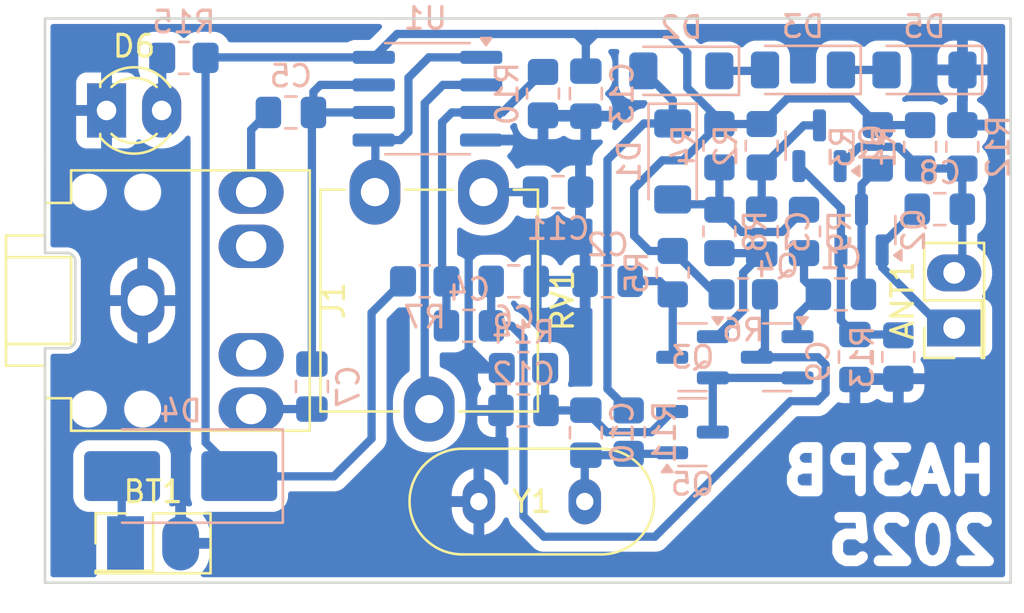
<source format=kicad_pcb>
(kicad_pcb (version 20241229) (generator "pcbnew") (generator_version "9.0")
  (layers (0 "F.Cu" signal) (2 "B.Cu" signal) (13 "F.Paste" user) (15 "B.Paste" user) (5 "F.SilkS" user "F.Silkscreen") (7 "B.SilkS" user "B.Silkscreen") (1 "F.Mask" user) (3 "B.Mask" user) (25 "Edge.Cuts" user))
  (net 0 "")
  (net 1 "Net-(Q2-B)")
  (net 2 "Net-(Q1-B)")
  (net 3 "GND")
  (net 4 "Net-(BT1-+)")
  (net 5 "Net-(Q2-C)")
  (net 6 "Net-(Q4-B)")
  (net 7 "Net-(Q3-C)")
  (net 8 "Net-(Q3-B)")
  (net 9 "Net-(Q1-C)")
  (net 10 "Net-(U1A-+)")
  (net 11 "Net-(Q4-C)")
  (net 12 "Net-(U1B--)")
  (net 13 "Net-(C5-Pad2)")
  (net 14 "Net-(C7-Pad1)")
  (net 15 "Net-(Q1-E)")
  (net 16 "Net-(Q5-E)")
  (net 17 "Net-(Q5-B)")
  (net 18 "Net-(C11-Pad1)")
  (net 19 "/BIAS")
  (net 20 "Net-(D1-K)")
  (net 21 "Net-(D2-K)")
  (net 22 "Net-(D3-K)")
  (net 23 "VCC")
  (net 26 "Net-(Q3-E)")
  (net 27 "Net-(U1A--)")
  (net 28 "Net-(U1B-+)")
  (net 29 "Net-(D6-A)")
  (footprint "LED_THT:LED_D3.0mm" (layer "F.Cu") (at 53.285 81.675)
    (property "Reference" "D6" (at 1.27 -2.96 0) (layer "F.SilkS"))
    (property "Value" "LED")
    (pad "1" thru_hole rect (at 0 0) (size 1.8 2.5) (drill 0.9) (layers "*.Cu" "*.Mask") (net 3 "GND"))
    (pad "2" thru_hole oval (at 2.54 0) (size 1.8 2.5) (drill 0.9) (layers "*.Cu" "*.Mask") (net 29 "Net-(D6-A)"))
  )
  (footprint "Connector_PinHeader_2.54mm:PinHeader_2x01_P2.54mm_Vertical" (layer "F.Cu") (at 92.35 91.7 90)
    (property "Reference" "ANT1" (at 1.27 -2.38 90) (layer "F.SilkS"))
    (property "Value" "210 cm 9 menet")
    (pad "1" thru_hole rect (at 0 0 90) (size 1.7 2.5) (drill 1) (layers "*.Cu" "*.Mask") (net 1 "Net-(Q2-B)"))
    (pad "2" thru_hole oval (at 2.54 0 90) (size 1.7 2.5) (drill 1) (layers "*.Cu" "*.Mask") (net 2 "Net-(Q1-B)"))
  )
  (footprint "Crystal:Crystal_HC49-4H_Vertical" (layer "F.Cu") (at 70.445 99.7)
    (property "Reference" "Y1" (at 2.44 0 0) (layer "F.SilkS"))
    (property "Value" "3.5795MHz")
    (pad "1" thru_hole oval (at 0 0) (size 1.5 2.1) (drill 0.8) (layers "*.Cu" "*.Mask") (net 3 "GND"))
    (pad "2" thru_hole oval (at 4.88 0) (size 1.5 2.1) (drill 0.8) (layers "*.Cu" "*.Mask") (net 17 "Net-(Q5-B)"))
  )
  (footprint "Potentiometer_THT:Potentiometer_ACP_CA9-V10_Vertical" (layer "F.Cu") (at 65.655 85.4375 -90)
    (property "Reference" "RV1" (at 5 -8.65 90) (layer "F.SilkS"))
    (property "Value" "100k")
    (pad "1" thru_hole oval (at 0 0 270) (size 3 2.34) (drill 1.3) (layers "*.Cu" "*.Mask") (net 28 "Net-(U1B-+)"))
    (pad "2" thru_hole oval (at 10 -2.5 270) (size 3 2.34) (drill 1.3) (layers "*.Cu" "*.Mask") (net 27 "Net-(U1A--)"))
    (pad "3" thru_hole oval (at 0 -5 270) (size 3 2.34) (drill 1.3) (layers "*.Cu" "*.Mask") (net 18 "Net-(C11-Pad1)"))
  )
  (footprint "Connector_Audio:Jack_3.5mm_CUI_SJ1-3525N_Horizontal" (layer "F.Cu") (at 54.95 90.4375 -90)
    (property "Reference" "J1" (at 0 -8.8 90) (layer "F.SilkS"))
    (property "Value" "JACK")
    (fp_line (start -2.2 4.5) (end -6.5 4.5) (stroke (width 0.12)) (layer "Edge.Cuts"))
    (fp_line (start 2.2 4.5) (end 6.5 4.5) (stroke (width 0.12)) (layer "Edge.Cuts"))
    (fp_line (start -2.2 3.5) (end -2.2 4.5) (stroke (width 0.12)) (layer "Edge.Cuts"))
    (fp_line (start 2.2 3.5) (end 2.2 4.5) (stroke (width 0.12)) (layer "Edge.Cuts"))
    (fp_line (start 1.8 3.1) (end -1.8 3.1) (stroke (width 0.12)) (layer "Edge.Cuts"))
    (fp_arc (start -2.2 3.5) (mid -2.082842 3.217158) (end -1.8 3.1) (stroke (width 0.12)) (layer "Edge.Cuts"))
    (fp_arc (start 1.8 3.1) (mid 2.082843 3.217157) (end 2.2 3.5) (stroke (width 0.12)) (layer "Edge.Cuts"))
    (pad "" np_thru_hole circle (at -5 0 270) (size 1.2 1.2) (drill 1.2) (layers "*.Cu" "*.Mask"))
    (pad "" np_thru_hole circle (at -5 2.5 270) (size 1.2 1.2) (drill 1.2) (layers "*.Cu" "*.Mask"))
    (pad "" np_thru_hole circle (at 0 -5 270) (size 1.2 1.2) (drill 1.2) (layers "*.Cu" "*.Mask"))
    (pad "" np_thru_hole circle (at 5 0 270) (size 1.2 1.2) (drill 1.2) (layers "*.Cu" "*.Mask"))
    (pad "" np_thru_hole circle (at 5 2.5 270) (size 1.2 1.2) (drill 1.2) (layers "*.Cu" "*.Mask"))
    (pad "R" thru_hole oval (at -5 -5 270) (size 2 3) (drill oval 1.4) (layers "*.Cu" "*.Mask") (net 13 "Net-(C5-Pad2)"))
    (pad "RN" thru_hole oval (at -2.5 -5 270) (size 2 3) (drill oval 1.4) (layers "*.Cu" "*.Mask"))
    (pad "S" thru_hole oval (at 0 0 270) (size 3 2) (drill oval 1.4) (layers "*.Cu" "*.Mask") (net 3 "GND"))
    (pad "T" thru_hole oval (at 5 -5 90) (size 2 3) (drill oval 1.4) (layers "*.Cu" "*.Mask") (net 14 "Net-(C7-Pad1)"))
    (pad "TN" thru_hole oval (at 2.5 -5 90) (size 2 3) (drill oval 1.4) (layers "*.Cu" "*.Mask"))
  )
  (footprint "Connector_PinHeader_2.54mm:PinHeader_2x01_P2.54mm_Vertical" (layer "F.Cu") (at 54.16 101.625)
    (property "Reference" "BT1" (at 1.27 -2.38 0) (layer "F.SilkS"))
    (property "Value" "Battery")
    (pad "1" smd rect (at 0 0) (size 1.7 2.5) (layers "B.Cu") (net 4 "Net-(BT1-+)"))
    (pad "2" smd oval (at 2.54 0) (size 1.7 2.5) (layers "B.Cu") (net 3 "GND"))
  )
  (footprint "Package_SO:SOIC-8_3.9x4.9mm_P1.27mm" (layer "B.Cu") (at 68.075 81.1325 180)
    (property "Reference" "U1" (at 0.1 3.7 0) (layer "B.SilkS") (effects (justify mirror)))
    (property "Value" "LM358")
    (pad "1" smd roundrect (at -2.475 1.905 180) (size 1.95 0.6) (layers "B.Cu" "B.Mask" "B.Paste") (net 28 "Net-(U1B-+)"))
    (pad "2" smd roundrect (at -2.475 0.635 180) (size 1.95 0.6) (layers "B.Cu" "B.Mask" "B.Paste") (net 27 "Net-(U1A--)"))
    (pad "3" smd roundrect (at -2.475 -0.635 180) (size 1.95 0.6) (layers "B.Cu" "B.Mask" "B.Paste") (net 10 "Net-(U1A-+)"))
    (pad "4" smd roundrect (at -2.475 -1.905 180) (size 1.95 0.6) (layers "B.Cu" "B.Mask" "B.Paste") (net 3 "GND"))
    (pad "5" smd roundrect (at 2.475 -1.905 180) (size 1.95 0.6) (layers "B.Cu" "B.Mask" "B.Paste") (net 28 "Net-(U1B-+)"))
    (pad "6" smd roundrect (at 2.475 -0.635 180) (size 1.95 0.6) (layers "B.Cu" "B.Mask" "B.Paste") (net 12 "Net-(U1B--)"))
    (pad "7" smd roundrect (at 2.475 0.635 180) (size 1.95 0.6) (layers "B.Cu" "B.Mask" "B.Paste") (net 12 "Net-(U1B--)"))
    (pad "8" smd roundrect (at 2.475 1.905 180) (size 1.95 0.6) (layers "B.Cu" "B.Mask" "B.Paste") (net 23 "VCC"))
  )
  (footprint "Capacitor_SMD:C_0805_2012Metric_Pad1.18x1.45mm_HandSolder" (layer "B.Cu") (at 72.5 95.5 180)
    (property "Reference" "C12" (at 0 1.68 0) (layer "B.SilkS") (effects (justify mirror)))
    (property "Value" "180p")
    (pad "1" smd roundrect (at -1.0375 0 180) (size 1.175 1.45) (layers "B.Cu" "B.Mask" "B.Paste") (roundrect_rratio 0.212766) (net 16 "Net-(Q5-E)"))
    (pad "2" smd roundrect (at 1.0375 0 180) (size 1.175 1.45) (layers "B.Cu" "B.Mask" "B.Paste") (roundrect_rratio 0.212766) (net 3 "GND"))
  )
  (footprint "Resistor_SMD:R_0805_2012Metric_Pad1.20x1.40mm_HandSolder" (layer "B.Cu") (at 89.775 93.0375 -90)
    (property "Reference" "R13" (at 0 1.65 90) (layer "B.SilkS") (effects (justify mirror)))
    (property "Value" "2k2")
    (pad "1" smd roundrect (at -1 0 270) (size 1.2 1.4) (layers "B.Cu" "B.Mask" "B.Paste") (roundrect_rratio 0.208333) (net 15 "Net-(Q1-E)"))
    (pad "2" smd roundrect (at 1 0 270) (size 1.2 1.4) (layers "B.Cu" "B.Mask" "B.Paste") (roundrect_rratio 0.208333) (net 3 "GND"))
  )
  (footprint "Package_TO_SOT_SMD:SOT-23" (layer "B.Cu") (at 86.1425 83.3 90)
    (property "Reference" "Q1" (at 0 2.4 90) (layer "B.SilkS") (effects (justify mirror)))
    (property "Value" "BC847")
    (pad "1" smd roundrect (at -0.9375 0.95 90) (size 1.475 0.6) (layers "B.Cu" "B.Mask" "B.Paste") (net 2 "Net-(Q1-B)"))
    (pad "2" smd roundrect (at -0.9375 -0.95 90) (size 1.475 0.6) (layers "B.Cu" "B.Mask" "B.Paste") (net 15 "Net-(Q1-E)"))
    (pad "3" smd roundrect (at 0.9375 0 90) (size 1.475 0.6) (layers "B.Cu" "B.Mask" "B.Paste") (net 9 "Net-(Q1-C)"))
  )
  (footprint "Resistor_SMD:R_0805_2012Metric_Pad1.20x1.40mm_HandSolder" (layer "B.Cu") (at 77.35 96.5 90)
    (property "Reference" "R11" (at 0 1.65 90) (layer "B.SilkS") (effects (justify mirror)))
    (property "Value" "10k")
    (pad "1" smd roundrect (at -1 0 90) (size 1.2 1.4) (layers "B.Cu" "B.Mask" "B.Paste") (roundrect_rratio 0.208333) (net 17 "Net-(Q5-B)"))
    (pad "2" smd roundrect (at 1 0 90) (size 1.2 1.4) (layers "B.Cu" "B.Mask" "B.Paste") (roundrect_rratio 0.208333) (net 20 "Net-(D1-K)"))
  )
  (footprint "Diode_SMD:D_MiniMELF" (layer "B.Cu") (at 85.3825 79.8075 180)
    (property "Reference" "D3" (at 0 2 0) (layer "B.SilkS") (effects (justify mirror)))
    (property "Value" "D")
    (pad "1" smd roundrect (at -1.75 0 180) (size 1.3 1.7) (layers "B.Cu" "B.Mask" "B.Paste") (roundrect_rratio 0.1923076923) (net 22 "Net-(D3-K)"))
    (pad "2" smd roundrect (at 1.75 0 180) (size 1.3 1.7) (layers "B.Cu" "B.Mask" "B.Paste") (roundrect_rratio 0.1923076923) (net 21 "Net-(D2-K)"))
  )
  (footprint "Resistor_SMD:R_0805_2012Metric_Pad1.20x1.40mm_HandSolder" (layer "B.Cu") (at 82.63 90.15)
    (property "Reference" "R6" (at 0 1.65 0) (layer "B.SilkS") (effects (justify mirror)))
    (property "Value" "2k2")
    (pad "1" smd roundrect (at -1 0) (size 1.2 1.4) (layers "B.Cu" "B.Mask" "B.Paste") (roundrect_rratio 0.208333) (net 23 "VCC"))
    (pad "2" smd roundrect (at 1 0) (size 1.2 1.4) (layers "B.Cu" "B.Mask" "B.Paste") (roundrect_rratio 0.208333) (net 11 "Net-(Q4-C)"))
  )
  (footprint "Capacitor_SMD:C_0805_2012Metric_Pad1.18x1.45mm_HandSolder" (layer "B.Cu") (at 69.9875 91.6 180)
    (property "Reference" "C4" (at 0 1.68 0) (layer "B.SilkS") (effects (justify mirror)))
    (property "Value" "22n")
    (pad "1" smd roundrect (at -1.0375 0 180) (size 1.175 1.45) (layers "B.Cu" "B.Mask" "B.Paste") (roundrect_rratio 0.212766) (net 11 "Net-(Q4-C)"))
    (pad "2" smd roundrect (at 1.0375 0 180) (size 1.175 1.45) (layers "B.Cu" "B.Mask" "B.Paste") (roundrect_rratio 0.212766) (net 10 "Net-(U1A-+)"))
  )
  (footprint "Resistor_SMD:R_0805_2012Metric_Pad1.20x1.40mm_HandSolder" (layer "B.Cu") (at 85.43 87.25 90)
    (property "Reference" "R9" (at 0 1.65 90) (layer "B.SilkS") (effects (justify mirror)))
    (property "Value" "10k")
    (pad "1" smd roundrect (at -1 0 90) (size 1.2 1.4) (layers "B.Cu" "B.Mask" "B.Paste") (roundrect_rratio 0.208333) (net 6 "Net-(Q4-B)"))
    (pad "2" smd roundrect (at 1 0 90) (size 1.2 1.4) (layers "B.Cu" "B.Mask" "B.Paste") (roundrect_rratio 0.208333) (net 19 "/BIAS"))
  )
  (footprint "Capacitor_SMD:C_0805_2012Metric_Pad1.18x1.45mm_HandSolder" (layer "B.Cu") (at 76.38 89.55 180)
    (property "Reference" "C2" (at 0 1.68 0) (layer "B.SilkS") (effects (justify mirror)))
    (property "Value" "22n")
    (pad "1" smd roundrect (at -1.0375 0 180) (size 1.175 1.45) (layers "B.Cu" "B.Mask" "B.Paste") (roundrect_rratio 0.212766) (net 7 "Net-(Q3-C)"))
    (pad "2" smd roundrect (at 1.0375 0 180) (size 1.175 1.45) (layers "B.Cu" "B.Mask" "B.Paste") (roundrect_rratio 0.212766) (net 3 "GND"))
  )
  (footprint "Resistor_SMD:R_0805_2012Metric_Pad1.20x1.40mm_HandSolder" (layer "B.Cu") (at 92.725 83.35 90)
    (property "Reference" "R12" (at 0 1.65 90) (layer "B.SilkS") (effects (justify mirror)))
    (property "Value" "10k")
    (pad "1" smd roundrect (at -1 0 90) (size 1.2 1.4) (layers "B.Cu" "B.Mask" "B.Paste") (roundrect_rratio 0.208333) (net 2 "Net-(Q1-B)"))
    (pad "2" smd roundrect (at 1 0 90) (size 1.2 1.4) (layers "B.Cu" "B.Mask" "B.Paste") (roundrect_rratio 0.208333) (net 3 "GND"))
  )
  (footprint "Package_TO_SOT_SMD:SOT-23" (layer "B.Cu") (at 80.2875 96.5)
    (property "Reference" "Q5" (at 0 2.4 0) (layer "B.SilkS") (effects (justify mirror)))
    (property "Value" "BC847")
    (pad "1" smd roundrect (at -0.9375 0.95) (size 1.475 0.6) (layers "B.Cu" "B.Mask" "B.Paste") (net 17 "Net-(Q5-B)"))
    (pad "2" smd roundrect (at -0.9375 -0.95) (size 1.475 0.6) (layers "B.Cu" "B.Mask" "B.Paste") (net 16 "Net-(Q5-E)"))
    (pad "3" smd roundrect (at 0.9375 0) (size 1.475 0.6) (layers "B.Cu" "B.Mask" "B.Paste") (net 26 "Net-(Q3-E)"))
  )
  (footprint "Diode_SMD:D_MiniMELF" (layer "B.Cu") (at 79.775 79.85 180)
    (property "Reference" "D2" (at 0 2 0) (layer "B.SilkS") (effects (justify mirror)))
    (property "Value" "D")
    (pad "1" smd roundrect (at -1.75 0 180) (size 1.3 1.7) (layers "B.Cu" "B.Mask" "B.Paste") (roundrect_rratio 0.1923076923) (net 21 "Net-(D2-K)"))
    (pad "2" smd roundrect (at 1.75 0 180) (size 1.3 1.7) (layers "B.Cu" "B.Mask" "B.Paste") (roundrect_rratio 0.1923076923) (net 20 "Net-(D1-K)"))
  )
  (footprint "Diode_SMD:D_SMB_Handsoldering" (layer "B.Cu") (at 56.7 98.525 180)
    (property "Reference" "D4" (at 0 3 0) (layer "B.SilkS") (effects (justify mirror)))
    (property "Value" "D_Schottky")
    (pad "1" smd roundrect (at -2.7 0 180) (size 3.5 2.3) (layers "B.Cu" "B.Mask" "B.Paste") (roundrect_rratio 0.1086956522) (net 23 "VCC"))
    (pad "2" smd roundrect (at 2.7 0 180) (size 3.5 2.3) (layers "B.Cu" "B.Mask" "B.Paste") (roundrect_rratio 0.1086956522) (net 4 "Net-(BT1-+)"))
  )
  (footprint "Resistor_SMD:R_0805_2012Metric_Pad1.20x1.40mm_HandSolder" (layer "B.Cu") (at 81.53 83.3 -90)
    (property "Reference" "R4" (at 0 1.65 90) (layer "B.SilkS") (effects (justify mirror)))
    (property "Value" "10k")
    (pad "1" smd roundrect (at -1 0 270) (size 1.2 1.4) (layers "B.Cu" "B.Mask" "B.Paste") (roundrect_rratio 0.208333) (net 23 "VCC"))
    (pad "2" smd roundrect (at 1 0 270) (size 1.2 1.4) (layers "B.Cu" "B.Mask" "B.Paste") (roundrect_rratio 0.208333) (net 19 "/BIAS"))
  )
  (footprint "Capacitor_SMD:C_0805_2012Metric_Pad1.18x1.45mm_HandSolder" (layer "B.Cu") (at 62.75 94.4 90)
    (property "Reference" "C7" (at 0 1.68 90) (layer "B.SilkS") (effects (justify mirror)))
    (property "Value" "10u")
    (pad "1" smd roundrect (at -1.0375 0 90) (size 1.175 1.45) (layers "B.Cu" "B.Mask" "B.Paste") (roundrect_rratio 0.212766) (net 14 "Net-(C7-Pad1)"))
    (pad "2" smd roundrect (at 1.0375 0 90) (size 1.175 1.45) (layers "B.Cu" "B.Mask" "B.Paste") (roundrect_rratio 0.212766) (net 12 "Net-(U1B--)"))
  )
  (footprint "Package_TO_SOT_SMD:SOT-23" (layer "B.Cu") (at 84.1925 93.05 180)
    (property "Reference" "Q4" (at 0 4.2 0) (layer "B.SilkS") (effects (justify mirror)))
    (property "Value" "BC847")
    (pad "1" smd roundrect (at -0.9375 0.95 180) (size 1.475 0.6) (layers "B.Cu" "B.Mask" "B.Paste") (net 6 "Net-(Q4-B)"))
    (pad "2" smd roundrect (at -0.9375 -0.95 180) (size 1.475 0.6) (layers "B.Cu" "B.Mask" "B.Paste") (net 26 "Net-(Q3-E)"))
    (pad "3" smd roundrect (at 0.9375 0 180) (size 1.475 0.6) (layers "B.Cu" "B.Mask" "B.Paste") (net 11 "Net-(Q4-C)"))
  )
  (footprint "Capacitor_SMD:C_0805_2012Metric_Pad1.18x1.45mm_HandSolder" (layer "B.Cu") (at 74.0925 85.4375)
    (property "Reference" "C11" (at 0 1.68 0) (layer "B.SilkS") (effects (justify mirror)))
    (property "Value" "10u")
    (pad "1" smd roundrect (at -1.0375 0) (size 1.175 1.45) (layers "B.Cu" "B.Mask" "B.Paste") (roundrect_rratio 0.212766) (net 18 "Net-(C11-Pad1)"))
    (pad "2" smd roundrect (at 1.0375 0) (size 1.175 1.45) (layers "B.Cu" "B.Mask" "B.Paste") (roundrect_rratio 0.212766) (net 3 "GND"))
  )
  (footprint "Resistor_SMD:R_0805_2012Metric_Pad1.20x1.40mm_HandSolder" (layer "B.Cu") (at 83.48 83.3 -90)
    (property "Reference" "R2" (at 0 1.65 90) (layer "B.SilkS") (effects (justify mirror)))
    (property "Value" "2k2")
    (pad "1" smd roundrect (at -1 0 270) (size 1.2 1.4) (layers "B.Cu" "B.Mask" "B.Paste") (roundrect_rratio 0.208333) (net 23 "VCC"))
    (pad "2" smd roundrect (at 1 0 270) (size 1.2 1.4) (layers "B.Cu" "B.Mask" "B.Paste") (roundrect_rratio 0.208333) (net 9 "Net-(Q1-C)"))
  )
  (footprint "Resistor_SMD:R_0805_2012Metric_Pad1.20x1.40mm_HandSolder" (layer "B.Cu") (at 72.5 93.55 180)
    (property "Reference" "R14" (at 0 1.65 0) (layer "B.SilkS") (effects (justify mirror)))
    (property "Value" "2k2")
    (pad "1" smd roundrect (at -1 0 180) (size 1.2 1.4) (layers "B.Cu" "B.Mask" "B.Paste") (roundrect_rratio 0.208333) (net 16 "Net-(Q5-E)"))
    (pad "2" smd roundrect (at 1 0 180) (size 1.2 1.4) (layers "B.Cu" "B.Mask" "B.Paste") (roundrect_rratio 0.208333) (net 3 "GND"))
  )
  (footprint "Capacitor_SMD:C_0805_2012Metric_Pad1.18x1.45mm_HandSolder" (layer "B.Cu") (at 83.48 87.2625 90)
    (property "Reference" "C3" (at 0 1.68 90) (layer "B.SilkS") (effects (justify mirror)))
    (property "Value" "180p")
    (pad "1" smd roundrect (at -1.0375 0 90) (size 1.175 1.45) (layers "B.Cu" "B.Mask" "B.Paste") (roundrect_rratio 0.212766) (net 8 "Net-(Q3-B)"))
    (pad "2" smd roundrect (at 1.0375 0 90) (size 1.175 1.45) (layers "B.Cu" "B.Mask" "B.Paste") (roundrect_rratio 0.212766) (net 9 "Net-(Q1-C)"))
  )
  (footprint "Package_TO_SOT_SMD:SOT-23" (layer "B.Cu") (at 80.2925 93.05 180)
    (property "Reference" "Q3" (at 0 0 0) (layer "B.SilkS") (effects (justify mirror)))
    (property "Value" "BC847")
    (pad "1" smd roundrect (at -0.9375 0.95 180) (size 1.475 0.6) (layers "B.Cu" "B.Mask" "B.Paste") (net 8 "Net-(Q3-B)"))
    (pad "2" smd roundrect (at -0.9375 -0.95 180) (size 1.475 0.6) (layers "B.Cu" "B.Mask" "B.Paste") (net 26 "Net-(Q3-E)"))
    (pad "3" smd roundrect (at 0.9375 0 180) (size 1.475 0.6) (layers "B.Cu" "B.Mask" "B.Paste") (net 7 "Net-(Q3-C)"))
  )
  (footprint "Resistor_SMD:R_0805_2012Metric_Pad1.20x1.40mm_HandSolder" (layer "B.Cu") (at 79.38 89.15 -90)
    (property "Reference" "R5" (at 0 1.65 90) (layer "B.SilkS") (effects (justify mirror)))
    (property "Value" "2k2")
    (pad "1" smd roundrect (at -1 0 270) (size 1.2 1.4) (layers "B.Cu" "B.Mask" "B.Paste") (roundrect_rratio 0.208333) (net 23 "VCC"))
    (pad "2" smd roundrect (at 1 0 270) (size 1.2 1.4) (layers "B.Cu" "B.Mask" "B.Paste") (roundrect_rratio 0.208333) (net 7 "Net-(Q3-C)"))
  )
  (footprint "Resistor_SMD:R_0805_2012Metric_Pad1.20x1.40mm_HandSolder" (layer "B.Cu") (at 81.53 87.25 90)
    (property "Reference" "R8" (at 0 1.65 90) (layer "B.SilkS") (effects (justify mirror)))
    (property "Value" "10k")
    (pad "1" smd roundrect (at -1 0 90) (size 1.2 1.4) (layers "B.Cu" "B.Mask" "B.Paste") (roundrect_rratio 0.208333) (net 8 "Net-(Q3-B)"))
    (pad "2" smd roundrect (at 1 0 90) (size 1.2 1.4) (layers "B.Cu" "B.Mask" "B.Paste") (roundrect_rratio 0.208333) (net 19 "/BIAS"))
  )
  (footprint "Capacitor_SMD:C_0805_2012Metric_Pad1.18x1.45mm_HandSolder" (layer "B.Cu") (at 87.13 90.15 180)
    (property "Reference" "C1" (at 0 1.68 0) (layer "B.SilkS") (effects (justify mirror)))
    (property "Value" "180p")
    (pad "1" smd roundrect (at -1.0375 0 180) (size 1.175 1.45) (layers "B.Cu" "B.Mask" "B.Paste") (roundrect_rratio 0.212766) (net 5 "Net-(Q2-C)"))
    (pad "2" smd roundrect (at 1.0375 0 180) (size 1.175 1.45) (layers "B.Cu" "B.Mask" "B.Paste") (roundrect_rratio 0.212766) (net 6 "Net-(Q4-B)"))
  )
  (footprint "Capacitor_SMD:C_0805_2012Metric_Pad1.18x1.45mm_HandSolder" (layer "B.Cu") (at 75.375 96.525 90)
    (property "Reference" "C10" (at 0 1.68 90) (layer "B.SilkS") (effects (justify mirror)))
    (property "Value" "180p")
    (pad "1" smd roundrect (at -1.0375 0 90) (size 1.175 1.45) (layers "B.Cu" "B.Mask" "B.Paste") (roundrect_rratio 0.212766) (net 17 "Net-(Q5-B)"))
    (pad "2" smd roundrect (at 1.0375 0 90) (size 1.175 1.45) (layers "B.Cu" "B.Mask" "B.Paste") (roundrect_rratio 0.212766) (net 16 "Net-(Q5-E)"))
  )
  (footprint "Resistor_SMD:R_0805_2012Metric_Pad1.20x1.40mm_HandSolder" (layer "B.Cu") (at 73.4 80.9 -90)
    (property "Reference" "R10" (at 0 1.65 90) (layer "B.SilkS") (effects (justify mirror)))
    (property "Value" "10k")
    (pad "1" smd roundrect (at -1 0 270) (size 1.2 1.4) (layers "B.Cu" "B.Mask" "B.Paste") (roundrect_rratio 0.208333) (net 10 "Net-(U1A-+)"))
    (pad "2" smd roundrect (at 1 0 270) (size 1.2 1.4) (layers "B.Cu" "B.Mask" "B.Paste") (roundrect_rratio 0.208333) (net 3 "GND"))
  )
  (footprint "Diode_SMD:D_MiniMELF" (layer "B.Cu") (at 90.9825 79.8075 180)
    (property "Reference" "D5" (at 0 2 0) (layer "B.SilkS") (effects (justify mirror)))
    (property "Value" "D")
    (pad "1" smd roundrect (at -1.75 0 180) (size 1.3 1.7) (layers "B.Cu" "B.Mask" "B.Paste") (roundrect_rratio 0.1923076923) (net 3 "GND"))
    (pad "2" smd roundrect (at 1.75 0 180) (size 1.3 1.7) (layers "B.Cu" "B.Mask" "B.Paste") (roundrect_rratio 0.1923076923) (net 22 "Net-(D3-K)"))
  )
  (footprint "Capacitor_SMD:C_0805_2012Metric_Pad1.18x1.45mm_HandSolder" (layer "B.Cu") (at 61.7825 81.7675 180)
    (property "Reference" "C5" (at 0 1.68 0) (layer "B.SilkS") (effects (justify mirror)))
    (property "Value" "10u")
    (pad "1" smd roundrect (at -1.0375 0 180) (size 1.175 1.45) (layers "B.Cu" "B.Mask" "B.Paste") (roundrect_rratio 0.212766) (net 12 "Net-(U1B--)"))
    (pad "2" smd roundrect (at 1.0375 0 180) (size 1.175 1.45) (layers "B.Cu" "B.Mask" "B.Paste") (roundrect_rratio 0.212766) (net 13 "Net-(C5-Pad2)"))
  )
  (footprint "Resistor_SMD:R_0805_2012Metric_Pad1.20x1.40mm_HandSolder" (layer "B.Cu") (at 88.83 83.35 -90)
    (property "Reference" "R3" (at 0 1.65 90) (layer "B.SilkS") (effects (justify mirror)))
    (property "Value" "2k2")
    (pad "1" smd roundrect (at -1 0 270) (size 1.2 1.4) (layers "B.Cu" "B.Mask" "B.Paste") (roundrect_rratio 0.208333) (net 23 "VCC"))
    (pad "2" smd roundrect (at 1 0 270) (size 1.2 1.4) (layers "B.Cu" "B.Mask" "B.Paste") (roundrect_rratio 0.208333) (net 5 "Net-(Q2-C)"))
  )
  (footprint "Diode_SMD:D_MiniMELF" (layer "B.Cu") (at 79.375 84.025 -90)
    (property "Reference" "D1" (at 0 2 90) (layer "B.SilkS") (effects (justify mirror)))
    (property "Value" "D")
    (pad "1" smd roundrect (at -1.75 0 270) (size 1.3 1.7) (layers "B.Cu" "B.Mask" "B.Paste") (roundrect_rratio 0.1923076923) (net 20 "Net-(D1-K)"))
    (pad "2" smd roundrect (at 1.75 0 270) (size 1.3 1.7) (layers "B.Cu" "B.Mask" "B.Paste") (roundrect_rratio 0.1923076923) (net 19 "/BIAS"))
  )
  (footprint "Capacitor_SMD:C_0805_2012Metric_Pad1.18x1.45mm_HandSolder" (layer "B.Cu") (at 72.05 89.55)
    (property "Reference" "C6" (at 0 1.68 0) (layer "B.SilkS") (effects (justify mirror)))
    (property "Value" "22n")
    (pad "1" smd roundrect (at -1.0375 0) (size 1.175 1.45) (layers "B.Cu" "B.Mask" "B.Paste") (roundrect_rratio 0.212766) (net 11 "Net-(Q4-C)"))
    (pad "2" smd roundrect (at 1.0375 0) (size 1.175 1.45) (layers "B.Cu" "B.Mask" "B.Paste") (roundrect_rratio 0.212766) (net 3 "GND"))
  )
  (footprint "Resistor_SMD:R_0805_2012Metric_Pad1.20x1.40mm_HandSolder" (layer "B.Cu") (at 90.78 83.35 -90)
    (property "Reference" "R1" (at 0 1.65 90) (layer "B.SilkS") (effects (justify mirror)))
    (property "Value" "10k")
    (pad "1" smd roundrect (at -1 0 270) (size 1.2 1.4) (layers "B.Cu" "B.Mask" "B.Paste") (roundrect_rratio 0.208333) (net 23 "VCC"))
    (pad "2" smd roundrect (at 1 0 270) (size 1.2 1.4) (layers "B.Cu" "B.Mask" "B.Paste") (roundrect_rratio 0.208333) (net 2 "Net-(Q1-B)"))
  )
  (footprint "Capacitor_SMD:C_0805_2012Metric_Pad1.18x1.45mm_HandSolder" (layer "B.Cu") (at 75.375 80.9 90)
    (property "Reference" "C13" (at 0 1.68 90) (layer "B.SilkS") (effects (justify mirror)))
    (property "Value" "10u")
    (pad "1" smd roundrect (at -1.0375 0 90) (size 1.175 1.45) (layers "B.Cu" "B.Mask" "B.Paste") (roundrect_rratio 0.212766) (net 3 "GND"))
    (pad "2" smd roundrect (at 1.0375 0 90) (size 1.175 1.45) (layers "B.Cu" "B.Mask" "B.Paste") (roundrect_rratio 0.212766) (net 23 "VCC"))
  )
  (footprint "Capacitor_SMD:C_0805_2012Metric_Pad1.18x1.45mm_HandSolder" (layer "B.Cu") (at 87.775 93.0375 -90)
    (property "Reference" "C9" (at 0.2 1.68 90) (layer "B.SilkS") (effects (justify mirror)))
    (property "Value" "22n")
    (pad "1" smd roundrect (at -1.0375 0 270) (size 1.175 1.45) (layers "B.Cu" "B.Mask" "B.Paste") (roundrect_rratio 0.212766) (net 15 "Net-(Q1-E)"))
    (pad "2" smd roundrect (at 1.0375 0 270) (size 1.175 1.45) (layers "B.Cu" "B.Mask" "B.Paste") (roundrect_rratio 0.212766) (net 3 "GND"))
  )
  (footprint "Resistor_SMD:R_0805_2012Metric_Pad1.20x1.40mm_HandSolder" (layer "B.Cu") (at 67.95 89.55)
    (property "Reference" "R7" (at 0 1.65 0) (layer "B.SilkS") (effects (justify mirror)))
    (property "Value" "10k")
    (pad "1" smd roundrect (at -1 0) (size 1.2 1.4) (layers "B.Cu" "B.Mask" "B.Paste") (roundrect_rratio 0.208333) (net 23 "VCC"))
    (pad "2" smd roundrect (at 1 0) (size 1.2 1.4) (layers "B.Cu" "B.Mask" "B.Paste") (roundrect_rratio 0.208333) (net 10 "Net-(U1A-+)"))
  )
  (footprint "Resistor_SMD:R_0805_2012Metric_Pad1.20x1.40mm_HandSolder" (layer "B.Cu") (at 56.85 79.25 180)
    (property "Reference" "R15" (at 0 1.65 0) (layer "B.SilkS") (effects (justify mirror)))
    (property "Value" "2k2")
    (pad "1" smd roundrect (at -1 0 180) (size 1.2 1.4) (layers "B.Cu" "B.Mask" "B.Paste") (roundrect_rratio 0.208333) (net 23 "VCC"))
    (pad "2" smd roundrect (at 1 0 180) (size 1.2 1.4) (layers "B.Cu" "B.Mask" "B.Paste") (roundrect_rratio 0.208333) (net 29 "Net-(D6-A)"))
  )
  (footprint "Capacitor_SMD:C_0805_2012Metric_Pad1.18x1.45mm_HandSolder" (layer "B.Cu") (at 91.6875 86.225 180)
    (property "Reference" "C8" (at 0 1.68 0) (layer "B.SilkS") (effects (justify mirror)))
    (property "Value" "180p")
    (pad "1" smd roundrect (at -1.0375 0 180) (size 1.175 1.45) (layers "B.Cu" "B.Mask" "B.Paste") (roundrect_rratio 0.212766) (net 2 "Net-(Q1-B)"))
    (pad "2" smd roundrect (at 1.0375 0 180) (size 1.175 1.45) (layers "B.Cu" "B.Mask" "B.Paste") (roundrect_rratio 0.212766) (net 1 "Net-(Q2-B)"))
  )
  (footprint "Package_TO_SOT_SMD:SOT-23" (layer "B.Cu") (at 88.08 87.1875 90)
    (property "Reference" "Q2" (at 0 2.4 90) (layer "B.SilkS") (effects (justify mirror)))
    (property "Value" "BC847")
    (pad "1" smd roundrect (at -0.9375 0.95 90) (size 1.475 0.6) (layers "B.Cu" "B.Mask" "B.Paste") (net 1 "Net-(Q2-B)"))
    (pad "2" smd roundrect (at -0.9375 -0.95 90) (size 1.475 0.6) (layers "B.Cu" "B.Mask" "B.Paste") (net 15 "Net-(Q1-E)"))
    (pad "3" smd roundrect (at 0.9375 0 90) (size 1.475 0.6) (layers "B.Cu" "B.Mask" "B.Paste") (net 5 "Net-(Q2-C)"))
  )
  (gr_line (start 94.95 103.4375) (end 94.95 77.4375) (stroke (width 0.12)) (layer "Edge.Cuts"))
  (gr_line (start 94.95 77.4375) (end 50.45 77.4375) (stroke (width 0.12)) (layer "Edge.Cuts"))
  (gr_line (start 50.45 96.9375) (end 50.45 103.4375) (stroke (width 0.12)) (layer "Edge.Cuts"))
  (gr_line (start 50.45 103.4375) (end 94.95 103.4375) (stroke (width 0.12)) (layer "Edge.Cuts"))
  (gr_line (start 50.45 83.9375) (end 50.45 77.4375) (stroke (width 0.12)) (layer "Edge.Cuts"))
  (gr_text "HA3PB\n2025" (at 94.55 102.7 0) (layer "B.Cu" knockout) (effects (font (size 2 2) (thickness 0.5) (bold yes)) (justify left bottom mirror)))
  (segment (start 89.03 88.905) (end 91.825 91.7) (width 0.381) (layer "B.Cu") (net 1))
  (segment (start 89.03 87.845) (end 90.65 86.225) (width 0.381) (layer "B.Cu") (net 1))
  (segment (start 89.03 88.125) (end 89.03 88.905) (width 0.381) (layer "B.Cu") (net 1))
  (segment (start 89.03 88.125) (end 89.03 87.845) (width 0.381) (layer "B.Cu") (net 1))
  (segment (start 91.825 91.7) (end 92.35 91.7) (width 0.381) (layer "B.Cu") (net 1))
  (segment (start 89.78 83.35) (end 90.78 84.35) (width 0.381) (layer "B.Cu") (net 2))
  (segment (start 92.725 86.225) (end 92.725 88.785) (width 0.381) (layer "B.Cu") (net 2))
  (segment (start 87.0925 84.2375) (end 87.98 83.35) (width 0.381) (layer "B.Cu") (net 2))
  (segment (start 92.725 88.785) (end 92.35 89.16) (width 0.381) (layer "B.Cu") (net 2))
  (segment (start 90.78 84.35) (end 92.725 84.35) (width 0.381) (layer "B.Cu") (net 2))
  (segment (start 87.98 83.35) (end 89.78 83.35) (width 0.381) (layer "B.Cu") (net 2))
  (segment (start 92.725 84.35) (end 92.725 86.225) (width 0.381) (layer "B.Cu") (net 2))
  (segment (start 92.725 82.35) (end 92.725 79.815) (width 0.381) (layer "B.Cu") (net 3))
  (segment (start 89.7375 94.075) (end 89.775 94.0375) (width 0.381) (layer "B.Cu") (net 3))
  (segment (start 70.625 87.85) (end 72.75 87.85) (width 0.381) (layer "B.Cu") (net 3))
  (segment (start 87.775 94.075) (end 89.7375 94.075) (width 0.381) (layer "B.Cu") (net 3))
  (segment (start 70.9 93.55) (end 69.975 92.625) (width 0.381) (layer "B.Cu") (net 3))
  (segment (start 69.975 88.5) (end 70.625 87.85) (width 0.381) (layer "B.Cu") (net 3))
  (segment (start 71.5 93.55) (end 70.9 93.55) (width 0.381) (layer "B.Cu") (net 3))
  (segment (start 72.75 87.85) (end 73.0875 88.1875) (width 0.381) (layer "B.Cu") (net 3))
  (segment (start 69.975 92.625) (end 69.975 88.5) (width 0.381) (layer "B.Cu") (net 3))
  (segment (start 92.725 79.815) (end 92.7325 79.8075) (width 0.381) (layer "B.Cu") (net 3))
  (segment (start 73.0875 88.1875) (end 73.0875 89.55) (width 0.381) (layer "B.Cu") (net 3))
  (segment (start 54.16 101.625) (end 53.985 101.45) (width 0.381) (layer "B.Cu") (net 4))
  (segment (start 53.985 101.45) (end 53.985 98.6975) (width 0.381) (layer "B.Cu") (net 4))
  (segment (start 53.985 98.6975) (end 53.825 98.5375) (width 0.381) (layer "B.Cu") (net 4))
  (segment (start 88.08 85.1) (end 88.83 84.35) (width 0.381) (layer "B.Cu") (net 5))
  (segment (start 88.08 86.25) (end 88.08 90.0625) (width 0.381) (layer "B.Cu") (net 5))
  (segment (start 88.08 86.25) (end 88.08 85.1) (width 0.381) (layer "B.Cu") (net 5))
  (segment (start 88.08 90.0625) (end 88.1675 90.15) (width 0.381) (layer "B.Cu") (net 5))
  (segment (start 85.13 92.05) (end 85.13 91.1125) (width 0.381) (layer "B.Cu") (net 6))
  (segment (start 85.43 89.4875) (end 85.43 88.25) (width 0.381) (layer "B.Cu") (net 6))
  (segment (start 85.13 91.1125) (end 86.0925 90.15) (width 0.381) (layer "B.Cu") (net 6))
  (segment (start 86.0925 90.15) (end 85.43 89.4875) (width 0.381) (layer "B.Cu") (net 6))
  (segment (start 78.77 89.54) (end 79.38 90.15) (width 0.381) (layer "B.Cu") (net 7))
  (segment (start 79.38 90.15) (end 79.38 93.025) (width 0.381) (layer "B.Cu") (net 7))
  (segment (start 77.4175 89.55) (end 77.4275 89.54) (width 0.381) (layer "B.Cu") (net 7))
  (segment (start 79.38 93.025) (end 79.355 93.05) (width 0.381) (layer "B.Cu") (net 7))
  (segment (start 77.4275 89.54) (end 78.77 89.54) (width 0.381) (layer "B.Cu") (net 7))
  (segment (start 81.23 92.1) (end 81.411144 92.1) (width 0.381) (layer "B.Cu") (net 8))
  (segment (start 82.625 90.886144) (end 82.625 89.155) (width 0.381) (layer "B.Cu") (net 8))
  (segment (start 81.411144 92.1) (end 82.625 90.886144) (width 0.381) (layer "B.Cu") (net 8))
  (segment (start 82.625 89.155) (end 83.48 88.3) (width 0.381) (layer "B.Cu") (net 8))
  (segment (start 83.43 88.25) (end 83.48 88.3) (width 0.381) (layer "B.Cu") (net 8))
  (segment (start 81.53 88.25) (end 83.43 88.25) (width 0.381) (layer "B.Cu") (net 8))
  (segment (start 85.4175 82.3625) (end 86.1425 82.3625) (width 0.381) (layer "B.Cu") (net 9))
  (segment (start 83.48 84.3) (end 85.4175 82.3625) (width 0.381) (layer "B.Cu") (net 9))
  (segment (start 83.48 86.225) (end 83.48 84.3) (width 0.381) (layer "B.Cu") (net 9))
  (segment (start 70.55 81.7675) (end 69.2 81.7675) (width 0.381) (layer "B.Cu") (net 10))
  (segment (start 70.55 81.7675) (end 71.5325 81.7675) (width 0.381) (layer "B.Cu") (net 10))
  (segment (start 68.75 89.15) (end 69 89.4) (width 0.381) (layer "B.Cu") (net 10))
  (segment (start 71.5325 81.7675) (end 73.4 79.9) (width 0.381) (layer "B.Cu") (net 10))
  (segment (start 68.75 82.2175) (end 68.75 89.35) (width 0.381) (layer "B.Cu") (net 10))
  (segment (start 68.95 91.6) (end 68.95 89.55) (width 0.381) (layer "B.Cu") (net 10))
  (segment (start 69.2 81.7675) (end 68.75 82.2175) (width 0.381) (layer "B.Cu") (net 10))
  (segment (start 68.75 89.35) (end 68.95 89.55) (width 0.381) (layer "B.Cu") (net 10))
  (segment (start 78.555 101.32) (end 84.8 95.075) (width 0.381) (layer "B.Cu") (net 11))
  (segment (start 72.5 100.375) (end 73.445 101.32) (width 0.381) (layer "B.Cu") (net 11))
  (segment (start 83.63 92.675) (end 83.255 93.05) (width 0.381) (layer "B.Cu") (net 11))
  (segment (start 83.63 90.15) (end 83.63 92.675) (width 0.381) (layer "B.Cu") (net 11))
  (segment (start 84.8 95.075) (end 86.045 95.075) (width 0.381) (layer "B.Cu") (net 11))
  (segment (start 71.0125 89.55) (end 71.0125 91.5875) (width 0.381) (layer "B.Cu") (net 11))
  (segment (start 73.445 101.32) (end 78.555 101.32) (width 0.381) (layer "B.Cu") (net 11))
  (segment (start 86.045 95.075) (end 86.425 94.695) (width 0.381) (layer "B.Cu") (net 11))
  (segment (start 86.425 93.395) (end 86.08 93.05) (width 0.381) (layer "B.Cu") (net 11))
  (segment (start 72.5 92.15) (end 72.5 100.375) (width 0.381) (layer "B.Cu") (net 11))
  (segment (start 71.0125 91.5875) (end 71.025 91.6) (width 0.381) (layer "B.Cu") (net 11))
  (segment (start 86.425 94.695) (end 86.425 93.395) (width 0.381) (layer "B.Cu") (net 11))
  (segment (start 71.025 91.6) (end 71.95 91.6) (width 0.381) (layer "B.Cu") (net 11))
  (segment (start 86.08 93.05) (end 83.255 93.05) (width 0.381) (layer "B.Cu") (net 11))
  (segment (start 71.95 91.6) (end 72.5 92.15) (width 0.381) (layer "B.Cu") (net 11))
  (segment (start 65.6 80.4975) (end 63.14 80.4975) (width 0.381) (layer "B.Cu") (net 12))
  (segment (start 62.82 80.8175) (end 62.82 81.7675) (width 0.381) (layer "B.Cu") (net 12))
  (segment (start 62.82 81.7675) (end 62.82 82.0675) (width 0.381) (layer "B.Cu") (net 12))
  (segment (start 62.75 82.1375) (end 62.75 93.3625) (width 0.381) (layer "B.Cu") (net 12))
  (segment (start 65.6 81.7675) (end 62.82 81.7675) (width 0.381) (layer "B.Cu") (net 12))
  (segment (start 62.82 82.0675) (end 62.75 82.1375) (width 0.381) (layer "B.Cu") (net 12))
  (segment (start 63.14 80.4975) (end 62.82 80.8175) (width 0.381) (layer "B.Cu") (net 12))
  (segment (start 59.95 85.4375) (end 59.95 82.5625) (width 0.381) (layer "B.Cu") (net 13))
  (segment (start 59.95 82.5625) (end 60.745 81.7675) (width 0.381) (layer "B.Cu") (net 13))
  (segment (start 62.75 95.4375) (end 59.95 95.4375) (width 0.381) (layer "B.Cu") (net 14))
  (segment (start 87.13 86.175) (end 85.1925 84.2375) (width 0.381) (layer "B.Cu") (net 15))
  (segment (start 87.775 92) (end 87.13 91.355) (width 0.381) (layer "B.Cu") (net 15))
  (segment (start 87.13 91.355) (end 87.13 88.125) (width 0.381) (layer "B.Cu") (net 15))
  (segment (start 89.7375 92) (end 89.775 92.0375) (width 0.381) (layer "B.Cu") (net 15))
  (segment (start 87.775 92) (end 89.7375 92) (width 0.381) (layer "B.Cu") (net 15))
  (segment (start 87.13 88.125) (end 87.13 86.175) (width 0.381) (layer "B.Cu") (net 15))
  (segment (start 76.3375 96.5) (end 75.3375 95.5) (width 0.381) (layer "B.Cu") (net 16))
  (segment (start 73.5 95.4625) (end 73.5 93.55) (width 0.381) (layer "B.Cu") (net 16))
  (segment (start 75.3375 95.5) (end 73.5375 95.5) (width 0.381) (layer "B.Cu") (net 16))
  (segment (start 78.4 96.5) (end 76.3375 96.5) (width 0.381) (layer "B.Cu") (net 16))
  (segment (start 73.5375 95.5) (end 73.5 95.4625) (width 0.381) (layer "B.Cu") (net 16))
  (segment (start 79.35 95.55) (end 78.4 96.5) (width 0.381) (layer "B.Cu") (net 16))
  (segment (start 79.3 97.5) (end 79.35 97.45) (width 0.381) (layer "B.Cu") (net 17))
  (segment (start 75.325 99.7) (end 75.325 97.5625) (width 0.381) (layer "B.Cu") (net 17))
  (segment (start 75.325 97.5625) (end 77.2375 97.5625) (width 0.381) (layer "B.Cu") (net 17))
  (segment (start 77.3 97.5) (end 79.3 97.5) (width 0.381) (layer "B.Cu") (net 17))
  (segment (start 77.2375 97.5625) (end 77.3 97.5) (width 0.381) (layer "B.Cu") (net 17))
  (segment (start 70.65 85.4425) (end 70.655 85.4375) (width 0.381) (layer "B.Cu") (net 18))
  (segment (start 70.5875 85.37) (end 70.655 85.4375) (width 0.381) (layer "B.Cu") (net 18))
  (segment (start 73.055 85.4375) (end 70.655 85.4375) (width 0.381) (layer "B.Cu") (net 18))
  (segment (start 82.555 87.275) (end 84.405 87.275) (width 0.381) (layer "B.Cu") (net 19))
  (segment (start 81.53 84.3) (end 81.53 86.25) (width 0.381) (layer "B.Cu") (net 19))
  (segment (start 79.375 85.775) (end 79.405 85.775) (width 0.381) (layer "B.Cu") (net 19))
  (segment (start 79.63 86) (end 81.28 86) (width 0.381) (layer "B.Cu") (net 19))
  (segment (start 81.53 86.25) (end 82.555 87.275) (width 0.381) (layer "B.Cu") (net 19))
  (segment (start 79.405 85.775) (end 79.63 86) (width 0.381) (layer "B.Cu") (net 19))
  (segment (start 84.405 87.275) (end 85.43 86.25) (width 0.381) (layer "B.Cu") (net 19))
  (segment (start 81.28 86) (end 81.53 86.25) (width 0.381) (layer "B.Cu") (net 19))
  (segment (start 79.38 82.275) (end 79.38 81.205) (width 0.381) (layer "B.Cu") (net 20))
  (segment (start 79.38 81.205) (end 78.025 79.85) (width 0.381) (layer "B.Cu") (net 20))
  (segment (start 77.35 95.5) (end 77.35 95.4875) (width 0.381) (layer "B.Cu") (net 20))
  (segment (start 78.05 82.275) (end 79.38 82.275) (width 0.381) (layer "B.Cu") (net 20))
  (segment (start 76.371 94.5085) (end 76.371 83.954) (width 0.381) (layer "B.Cu") (net 20))
  (segment (start 76.371 83.954) (end 78.05 82.275) (width 0.381) (layer "B.Cu") (net 20))
  (segment (start 77.35 95.4875) (end 76.371 94.5085) (width 0.381) (layer "B.Cu") (net 20))
  (segment (start 81.525 79.85) (end 83.59 79.85) (width 0.381) (layer "B.Cu") (net 21))
  (segment (start 83.59 79.85) (end 83.6325 79.8075) (width 0.381) (layer "B.Cu") (net 21))
  (segment (start 87.1325 79.8075) (end 89.2325 79.8075) (width 0.381) (layer "B.Cu") (net 22))
  (segment (start 57.85 96.975) (end 59.4125 98.5375) (width 0.381) (layer "B.Cu") (net 23))
  (segment (start 59.4125 98.5375) (end 63.7625 98.5375) (width 0.381) (layer "B.Cu") (net 23))
  (segment (start 78.9 83.975) (end 77.6 85.275) (width 0.381) (layer "B.Cu") (net 23))
  (segment (start 81.63 90.15) (end 81.38 90.15) (width 0.381) (layer "B.Cu") (net 23))
  (segment (start 65.5 96.8) (end 65.5 91) (width 0.381) (layer "B.Cu") (net 23))
  (segment (start 79.175 78.15) (end 75.825 78.15) (width 0.381) (layer "B.Cu") (net 23))
  (segment (start 79.85 83.975) (end 78.9 83.975) (width 0.381) (layer "B.Cu") (net 23))
  (segment (start 81.53 82.3) (end 81.525 82.3) (width 0.381) (layer "B.Cu") (net 23))
  (segment (start 84.655 81.125) (end 87.605 81.125) (width 0.381) (layer "B.Cu") (net 23))
  (segment (start 81.525 82.3) (end 79.85 83.975) (width 0.381) (layer "B.Cu") (net 23))
  (segment (start 90.78 82.35) (end 88.83 82.35) (width 0.381) (layer "B.Cu") (net 23))
  (segment (start 81.53 82.105) (end 80.05 80.625) (width 0.381) (layer "B.Cu") (net 23))
  (segment (start 66.6775 78.15) (end 65.6 79.2275) (width 0.381) (layer "B.Cu") (net 23))
  (segment (start 80.05 80.625) (end 80.05 79.025) (width 0.381) (layer "B.Cu") (net 23))
  (segment (start 78.3 88.15) (end 79.38 88.15) (width 0.381) (layer "B.Cu") (net 23))
  (segment (start 83.48 82.3) (end 84.655 81.125) (width 0.381) (layer "B.Cu") (net 23))
  (segment (start 75.825 78.15) (end 74.925 78.15) (width 0.381) (layer "B.Cu") (net 23))
  (segment (start 81.53 82.3) (end 83.48 82.3) (width 0.381) (layer "B.Cu") (net 23))
  (segment (start 75.375 78.6) (end 74.925 78.15) (width 0.381) (layer "B.Cu") (net 23))
  (segment (start 80.05 79.025) (end 79.175 78.15) (width 0.381) (layer "B.Cu") (net 23))
  (segment (start 74.925 78.15) (end 66.6775 78.15) (width 0.381) (layer "B.Cu") (net 23))
  (segment (start 65.675 79.2275) (end 57.8725 79.2275) (width 0.381) (layer "B.Cu") (net 23))
  (segment (start 77.6 85.275) (end 77.6 87.45) (width 0.381) (layer "B.Cu") (net 23))
  (segment (start 81.53 82.3) (end 81.53 82.105) (width 0.381) (layer "B.Cu") (net 23))
  (segment (start 63.7625 98.5375) (end 65.5 96.8) (width 0.381) (layer "B.Cu") (net 23))
  (segment (start 57.8725 79.2275) (end 57.85 79.25) (width 0.381) (layer "B.Cu") (net 23))
  (segment (start 75.375 78.6) (end 75.825 78.15) (width 0.381) (layer "B.Cu") (net 23))
  (segment (start 65.5 91) (end 66.95 89.55) (width 0.381) (layer "B.Cu") (net 23))
  (segment (start 87.605 81.125) (end 88.83 82.35) (width 0.381) (layer "B.Cu") (net 23))
  (segment (start 81.38 90.15) (end 79.38 88.15) (width 0.381) (layer "B.Cu") (net 23))
  (segment (start 75.375 79.8625) (end 75.375 78.6) (width 0.381) (layer "B.Cu") (net 23))
  (segment (start 77.6 87.45) (end 78.3 88.15) (width 0.381) (layer "B.Cu") (net 23))
  (segment (start 57.85 79.25) (end 57.85 96.975) (width 0.381) (layer "B.Cu") (net 23))
  (segment (start 81.225 96.5) (end 81.225 94.005) (width 0.381) (layer "B.Cu") (net 26))
  (segment (start 81.23 94) (end 85.13 94) (width 0.381) (layer "B.Cu") (net 26))
  (segment (start 81.225 94.005) (end 81.23 94) (width 0.381) (layer "B.Cu") (net 26))
  (segment (start 70.55 80.4975) (end 68.79 80.4975) (width 0.381) (layer "B.Cu") (net 27))
  (segment (start 67.95 81.3375) (end 67.95 95.2325) (width 0.381) (layer "B.Cu") (net 27))
  (segment (start 68.79 80.4975) (end 67.95 81.3375) (width 0.381) (layer "B.Cu") (net 27))
  (segment (start 67.95 95.2325) (end 68.155 95.4375) (width 0.381) (layer "B.Cu") (net 27))
  (segment (start 65.675 85.4175) (end 65.655 85.4375) (width 0.381) (layer "B.Cu") (net 28))
  (segment (start 67.2 80.1675) (end 67.2 82.6675) (width 0.381) (layer "B.Cu") (net 28))
  (segment (start 66.83 83.0375) (end 65.6 83.0375) (width 0.381) (layer "B.Cu") (net 28))
  (segment (start 70.55 79.2275) (end 68.14 79.2275) (width 0.381) (layer "B.Cu") (net 28))
  (segment (start 68.14 79.2275) (end 67.2 80.1675) (width 0.381) (layer "B.Cu") (net 28))
  (segment (start 67.2 82.6675) (end 66.83 83.0375) (width 0.381) (layer "B.Cu") (net 28))
  (segment (start 65.675 83.0375) (end 65.675 85.4175) (width 0.381) (layer "B.Cu") (net 28))
  (segment (start 55.85 81.25) (end 55.85 79.25) (width 0.381) (layer "B.Cu") (net 29))
  (zone (net 3) (net_name "GND") (layer "B.Cu") (connect_pads (clearance 0.5)) (min_thickness 0.25) (fill yes (thermal_gap 0.5) (thermal_bridge_width 0.5))
    (polygon (pts (xy 50.45 77.4375) (xy 50.45 88.2375) (xy 51.45 88.2375) (xy 51.732843 88.354658) (xy 51.85 88.6375) (xy 51.85 92.2375) (xy 51.732843 92.520343) (xy 51.45 92.6375) (xy 50.35 92.6375) (xy 50.45 92.6375) (xy 50.45 103.4375) (xy 94.95 103.4375) (xy 94.95 77.4375)))
  )
)
</source>
